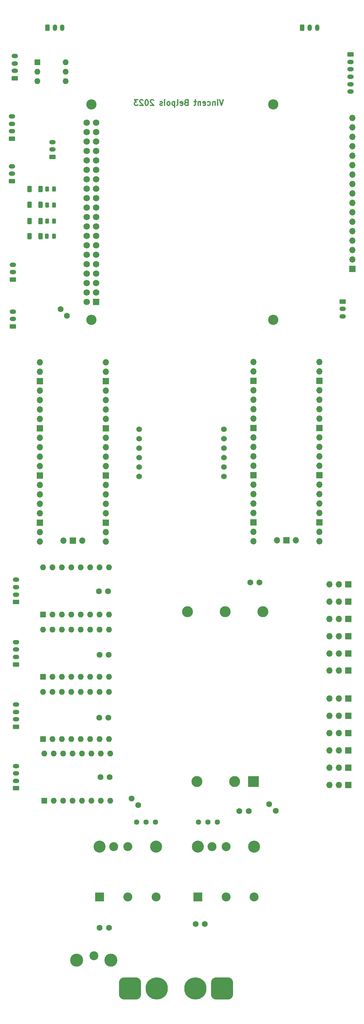
<source format=gbr>
%TF.GenerationSoftware,KiCad,Pcbnew,7.0.8*%
%TF.CreationDate,2023-11-23T20:50:37+01:00*%
%TF.ProjectId,main_board_v2,6d61696e-5f62-46f6-9172-645f76322e6b,rev?*%
%TF.SameCoordinates,Original*%
%TF.FileFunction,Soldermask,Bot*%
%TF.FilePolarity,Negative*%
%FSLAX46Y46*%
G04 Gerber Fmt 4.6, Leading zero omitted, Abs format (unit mm)*
G04 Created by KiCad (PCBNEW 7.0.8) date 2023-11-23 20:50:37*
%MOMM*%
%LPD*%
G01*
G04 APERTURE LIST*
G04 Aperture macros list*
%AMRoundRect*
0 Rectangle with rounded corners*
0 $1 Rounding radius*
0 $2 $3 $4 $5 $6 $7 $8 $9 X,Y pos of 4 corners*
0 Add a 4 corners polygon primitive as box body*
4,1,4,$2,$3,$4,$5,$6,$7,$8,$9,$2,$3,0*
0 Add four circle primitives for the rounded corners*
1,1,$1+$1,$2,$3*
1,1,$1+$1,$4,$5*
1,1,$1+$1,$6,$7*
1,1,$1+$1,$8,$9*
0 Add four rect primitives between the rounded corners*
20,1,$1+$1,$2,$3,$4,$5,0*
20,1,$1+$1,$4,$5,$6,$7,0*
20,1,$1+$1,$6,$7,$8,$9,0*
20,1,$1+$1,$8,$9,$2,$3,0*%
G04 Aperture macros list end*
%ADD10C,0.300000*%
%ADD11RoundRect,0.250000X-0.625000X0.350000X-0.625000X-0.350000X0.625000X-0.350000X0.625000X0.350000X0*%
%ADD12O,1.750000X1.200000*%
%ADD13O,1.700000X1.700000*%
%ADD14R,1.700000X1.700000*%
%ADD15RoundRect,0.250000X0.625000X-0.350000X0.625000X0.350000X-0.625000X0.350000X-0.625000X-0.350000X0*%
%ADD16C,1.600000*%
%ADD17R,1.600000X1.600000*%
%ADD18O,1.600000X1.600000*%
%ADD19C,1.750000*%
%ADD20R,1.750000X1.750000*%
%ADD21C,2.750000*%
%ADD22RoundRect,0.102000X1.102500X-1.102500X1.102500X1.102500X-1.102500X1.102500X-1.102500X-1.102500X0*%
%ADD23C,2.409000*%
%ADD24C,3.234000*%
%ADD25RoundRect,0.250000X-0.350000X-0.625000X0.350000X-0.625000X0.350000X0.625000X-0.350000X0.625000X0*%
%ADD26O,1.200000X1.750000*%
%ADD27C,2.400000*%
%ADD28C,3.500000*%
%ADD29RoundRect,1.500000X1.500000X1.500000X-1.500000X1.500000X-1.500000X-1.500000X1.500000X-1.500000X0*%
%ADD30C,6.000000*%
%ADD31RoundRect,1.500000X-1.500000X-1.500000X1.500000X-1.500000X1.500000X1.500000X-1.500000X1.500000X0*%
%ADD32RoundRect,0.102000X-1.375000X1.375000X-1.375000X-1.375000X1.375000X-1.375000X1.375000X1.375000X0*%
%ADD33C,2.954000*%
%ADD34C,1.524000*%
%ADD35RoundRect,0.243750X-0.243750X-0.456250X0.243750X-0.456250X0.243750X0.456250X-0.243750X0.456250X0*%
%ADD36RoundRect,0.250000X-0.312500X-0.625000X0.312500X-0.625000X0.312500X0.625000X-0.312500X0.625000X0*%
%ADD37C,1.440000*%
G04 APERTURE END LIST*
D10*
X306644174Y-73535628D02*
X306144174Y-75035628D01*
X306144174Y-75035628D02*
X305644174Y-73535628D01*
X305144175Y-75035628D02*
X305144175Y-74035628D01*
X305144175Y-73535628D02*
X305215603Y-73607057D01*
X305215603Y-73607057D02*
X305144175Y-73678485D01*
X305144175Y-73678485D02*
X305072746Y-73607057D01*
X305072746Y-73607057D02*
X305144175Y-73535628D01*
X305144175Y-73535628D02*
X305144175Y-73678485D01*
X304429889Y-74035628D02*
X304429889Y-75035628D01*
X304429889Y-74178485D02*
X304358460Y-74107057D01*
X304358460Y-74107057D02*
X304215603Y-74035628D01*
X304215603Y-74035628D02*
X304001317Y-74035628D01*
X304001317Y-74035628D02*
X303858460Y-74107057D01*
X303858460Y-74107057D02*
X303787032Y-74249914D01*
X303787032Y-74249914D02*
X303787032Y-75035628D01*
X302429889Y-74964200D02*
X302572746Y-75035628D01*
X302572746Y-75035628D02*
X302858460Y-75035628D01*
X302858460Y-75035628D02*
X303001317Y-74964200D01*
X303001317Y-74964200D02*
X303072746Y-74892771D01*
X303072746Y-74892771D02*
X303144174Y-74749914D01*
X303144174Y-74749914D02*
X303144174Y-74321342D01*
X303144174Y-74321342D02*
X303072746Y-74178485D01*
X303072746Y-74178485D02*
X303001317Y-74107057D01*
X303001317Y-74107057D02*
X302858460Y-74035628D01*
X302858460Y-74035628D02*
X302572746Y-74035628D01*
X302572746Y-74035628D02*
X302429889Y-74107057D01*
X301215603Y-74964200D02*
X301358460Y-75035628D01*
X301358460Y-75035628D02*
X301644175Y-75035628D01*
X301644175Y-75035628D02*
X301787032Y-74964200D01*
X301787032Y-74964200D02*
X301858460Y-74821342D01*
X301858460Y-74821342D02*
X301858460Y-74249914D01*
X301858460Y-74249914D02*
X301787032Y-74107057D01*
X301787032Y-74107057D02*
X301644175Y-74035628D01*
X301644175Y-74035628D02*
X301358460Y-74035628D01*
X301358460Y-74035628D02*
X301215603Y-74107057D01*
X301215603Y-74107057D02*
X301144175Y-74249914D01*
X301144175Y-74249914D02*
X301144175Y-74392771D01*
X301144175Y-74392771D02*
X301858460Y-74535628D01*
X300501318Y-74035628D02*
X300501318Y-75035628D01*
X300501318Y-74178485D02*
X300429889Y-74107057D01*
X300429889Y-74107057D02*
X300287032Y-74035628D01*
X300287032Y-74035628D02*
X300072746Y-74035628D01*
X300072746Y-74035628D02*
X299929889Y-74107057D01*
X299929889Y-74107057D02*
X299858461Y-74249914D01*
X299858461Y-74249914D02*
X299858461Y-75035628D01*
X299358460Y-74035628D02*
X298787032Y-74035628D01*
X299144175Y-73535628D02*
X299144175Y-74821342D01*
X299144175Y-74821342D02*
X299072746Y-74964200D01*
X299072746Y-74964200D02*
X298929889Y-75035628D01*
X298929889Y-75035628D02*
X298787032Y-75035628D01*
X296644175Y-74249914D02*
X296429889Y-74321342D01*
X296429889Y-74321342D02*
X296358460Y-74392771D01*
X296358460Y-74392771D02*
X296287032Y-74535628D01*
X296287032Y-74535628D02*
X296287032Y-74749914D01*
X296287032Y-74749914D02*
X296358460Y-74892771D01*
X296358460Y-74892771D02*
X296429889Y-74964200D01*
X296429889Y-74964200D02*
X296572746Y-75035628D01*
X296572746Y-75035628D02*
X297144175Y-75035628D01*
X297144175Y-75035628D02*
X297144175Y-73535628D01*
X297144175Y-73535628D02*
X296644175Y-73535628D01*
X296644175Y-73535628D02*
X296501318Y-73607057D01*
X296501318Y-73607057D02*
X296429889Y-73678485D01*
X296429889Y-73678485D02*
X296358460Y-73821342D01*
X296358460Y-73821342D02*
X296358460Y-73964200D01*
X296358460Y-73964200D02*
X296429889Y-74107057D01*
X296429889Y-74107057D02*
X296501318Y-74178485D01*
X296501318Y-74178485D02*
X296644175Y-74249914D01*
X296644175Y-74249914D02*
X297144175Y-74249914D01*
X295072746Y-74964200D02*
X295215603Y-75035628D01*
X295215603Y-75035628D02*
X295501318Y-75035628D01*
X295501318Y-75035628D02*
X295644175Y-74964200D01*
X295644175Y-74964200D02*
X295715603Y-74821342D01*
X295715603Y-74821342D02*
X295715603Y-74249914D01*
X295715603Y-74249914D02*
X295644175Y-74107057D01*
X295644175Y-74107057D02*
X295501318Y-74035628D01*
X295501318Y-74035628D02*
X295215603Y-74035628D01*
X295215603Y-74035628D02*
X295072746Y-74107057D01*
X295072746Y-74107057D02*
X295001318Y-74249914D01*
X295001318Y-74249914D02*
X295001318Y-74392771D01*
X295001318Y-74392771D02*
X295715603Y-74535628D01*
X294144175Y-75035628D02*
X294287032Y-74964200D01*
X294287032Y-74964200D02*
X294358461Y-74821342D01*
X294358461Y-74821342D02*
X294358461Y-73535628D01*
X293572747Y-74035628D02*
X293572747Y-75535628D01*
X293572747Y-74107057D02*
X293429890Y-74035628D01*
X293429890Y-74035628D02*
X293144175Y-74035628D01*
X293144175Y-74035628D02*
X293001318Y-74107057D01*
X293001318Y-74107057D02*
X292929890Y-74178485D01*
X292929890Y-74178485D02*
X292858461Y-74321342D01*
X292858461Y-74321342D02*
X292858461Y-74749914D01*
X292858461Y-74749914D02*
X292929890Y-74892771D01*
X292929890Y-74892771D02*
X293001318Y-74964200D01*
X293001318Y-74964200D02*
X293144175Y-75035628D01*
X293144175Y-75035628D02*
X293429890Y-75035628D01*
X293429890Y-75035628D02*
X293572747Y-74964200D01*
X292001318Y-75035628D02*
X292144175Y-74964200D01*
X292144175Y-74964200D02*
X292215604Y-74892771D01*
X292215604Y-74892771D02*
X292287032Y-74749914D01*
X292287032Y-74749914D02*
X292287032Y-74321342D01*
X292287032Y-74321342D02*
X292215604Y-74178485D01*
X292215604Y-74178485D02*
X292144175Y-74107057D01*
X292144175Y-74107057D02*
X292001318Y-74035628D01*
X292001318Y-74035628D02*
X291787032Y-74035628D01*
X291787032Y-74035628D02*
X291644175Y-74107057D01*
X291644175Y-74107057D02*
X291572747Y-74178485D01*
X291572747Y-74178485D02*
X291501318Y-74321342D01*
X291501318Y-74321342D02*
X291501318Y-74749914D01*
X291501318Y-74749914D02*
X291572747Y-74892771D01*
X291572747Y-74892771D02*
X291644175Y-74964200D01*
X291644175Y-74964200D02*
X291787032Y-75035628D01*
X291787032Y-75035628D02*
X292001318Y-75035628D01*
X290858461Y-75035628D02*
X290858461Y-74035628D01*
X290858461Y-73535628D02*
X290929889Y-73607057D01*
X290929889Y-73607057D02*
X290858461Y-73678485D01*
X290858461Y-73678485D02*
X290787032Y-73607057D01*
X290787032Y-73607057D02*
X290858461Y-73535628D01*
X290858461Y-73535628D02*
X290858461Y-73678485D01*
X290215603Y-74964200D02*
X290072746Y-75035628D01*
X290072746Y-75035628D02*
X289787032Y-75035628D01*
X289787032Y-75035628D02*
X289644175Y-74964200D01*
X289644175Y-74964200D02*
X289572746Y-74821342D01*
X289572746Y-74821342D02*
X289572746Y-74749914D01*
X289572746Y-74749914D02*
X289644175Y-74607057D01*
X289644175Y-74607057D02*
X289787032Y-74535628D01*
X289787032Y-74535628D02*
X290001318Y-74535628D01*
X290001318Y-74535628D02*
X290144175Y-74464200D01*
X290144175Y-74464200D02*
X290215603Y-74321342D01*
X290215603Y-74321342D02*
X290215603Y-74249914D01*
X290215603Y-74249914D02*
X290144175Y-74107057D01*
X290144175Y-74107057D02*
X290001318Y-74035628D01*
X290001318Y-74035628D02*
X289787032Y-74035628D01*
X289787032Y-74035628D02*
X289644175Y-74107057D01*
X287858460Y-73678485D02*
X287787032Y-73607057D01*
X287787032Y-73607057D02*
X287644175Y-73535628D01*
X287644175Y-73535628D02*
X287287032Y-73535628D01*
X287287032Y-73535628D02*
X287144175Y-73607057D01*
X287144175Y-73607057D02*
X287072746Y-73678485D01*
X287072746Y-73678485D02*
X287001317Y-73821342D01*
X287001317Y-73821342D02*
X287001317Y-73964200D01*
X287001317Y-73964200D02*
X287072746Y-74178485D01*
X287072746Y-74178485D02*
X287929889Y-75035628D01*
X287929889Y-75035628D02*
X287001317Y-75035628D01*
X286072746Y-73535628D02*
X285929889Y-73535628D01*
X285929889Y-73535628D02*
X285787032Y-73607057D01*
X285787032Y-73607057D02*
X285715604Y-73678485D01*
X285715604Y-73678485D02*
X285644175Y-73821342D01*
X285644175Y-73821342D02*
X285572746Y-74107057D01*
X285572746Y-74107057D02*
X285572746Y-74464200D01*
X285572746Y-74464200D02*
X285644175Y-74749914D01*
X285644175Y-74749914D02*
X285715604Y-74892771D01*
X285715604Y-74892771D02*
X285787032Y-74964200D01*
X285787032Y-74964200D02*
X285929889Y-75035628D01*
X285929889Y-75035628D02*
X286072746Y-75035628D01*
X286072746Y-75035628D02*
X286215604Y-74964200D01*
X286215604Y-74964200D02*
X286287032Y-74892771D01*
X286287032Y-74892771D02*
X286358461Y-74749914D01*
X286358461Y-74749914D02*
X286429889Y-74464200D01*
X286429889Y-74464200D02*
X286429889Y-74107057D01*
X286429889Y-74107057D02*
X286358461Y-73821342D01*
X286358461Y-73821342D02*
X286287032Y-73678485D01*
X286287032Y-73678485D02*
X286215604Y-73607057D01*
X286215604Y-73607057D02*
X286072746Y-73535628D01*
X285001318Y-73678485D02*
X284929890Y-73607057D01*
X284929890Y-73607057D02*
X284787033Y-73535628D01*
X284787033Y-73535628D02*
X284429890Y-73535628D01*
X284429890Y-73535628D02*
X284287033Y-73607057D01*
X284287033Y-73607057D02*
X284215604Y-73678485D01*
X284215604Y-73678485D02*
X284144175Y-73821342D01*
X284144175Y-73821342D02*
X284144175Y-73964200D01*
X284144175Y-73964200D02*
X284215604Y-74178485D01*
X284215604Y-74178485D02*
X285072747Y-75035628D01*
X285072747Y-75035628D02*
X284144175Y-75035628D01*
X283644176Y-73535628D02*
X282715604Y-73535628D01*
X282715604Y-73535628D02*
X283215604Y-74107057D01*
X283215604Y-74107057D02*
X283001319Y-74107057D01*
X283001319Y-74107057D02*
X282858462Y-74178485D01*
X282858462Y-74178485D02*
X282787033Y-74249914D01*
X282787033Y-74249914D02*
X282715604Y-74392771D01*
X282715604Y-74392771D02*
X282715604Y-74749914D01*
X282715604Y-74749914D02*
X282787033Y-74892771D01*
X282787033Y-74892771D02*
X282858462Y-74964200D01*
X282858462Y-74964200D02*
X283001319Y-75035628D01*
X283001319Y-75035628D02*
X283429890Y-75035628D01*
X283429890Y-75035628D02*
X283572747Y-74964200D01*
X283572747Y-74964200D02*
X283644176Y-74892771D01*
D11*
%TO.C,Switches1*%
X340918800Y-61323200D03*
D12*
X340918800Y-63323200D03*
X340918800Y-65323200D03*
X340918800Y-67323200D03*
X340918800Y-69323200D03*
X340918800Y-71323200D03*
%TD*%
D13*
%TO.C,Servo4*%
X335280000Y-217912000D03*
X337820000Y-217912000D03*
D14*
X340360000Y-217912000D03*
%TD*%
D13*
%TO.C,Servo2*%
X335280000Y-208612000D03*
X337820000Y-208612000D03*
D14*
X340360000Y-208612000D03*
%TD*%
D13*
%TO.C,Servo8*%
X335280000Y-239382200D03*
X337820000Y-239382200D03*
D14*
X340360000Y-239382200D03*
%TD*%
D15*
%TO.C,Tirette1*%
X250444000Y-67754000D03*
D12*
X250444000Y-65754000D03*
X250444000Y-63754000D03*
X250444000Y-61754000D03*
%TD*%
D16*
%TO.C,C6*%
X316444000Y-203454000D03*
X313944000Y-203454000D03*
%TD*%
D17*
%TO.C,A3*%
X258064000Y-228870000D03*
D18*
X260604000Y-228870000D03*
X263144000Y-228870000D03*
X265684000Y-228870000D03*
X268224000Y-228870000D03*
X270764000Y-228870000D03*
X273304000Y-228870000D03*
X275844000Y-228870000D03*
X275844000Y-216170000D03*
X273304000Y-216170000D03*
X270764000Y-216170000D03*
X268224000Y-216170000D03*
X265684000Y-216170000D03*
X263144000Y-216170000D03*
X260604000Y-216170000D03*
X258064000Y-216170000D03*
%TD*%
D17*
%TO.C,U1*%
X256550000Y-63464200D03*
D18*
X256550000Y-66004200D03*
X256550000Y-68544200D03*
X264170000Y-68544200D03*
X264170000Y-66004200D03*
X264170000Y-63464200D03*
%TD*%
D13*
%TO.C,Servo10*%
X335280000Y-248682200D03*
X337820000Y-248682200D03*
D14*
X340360000Y-248682200D03*
%TD*%
D15*
%TO.C,RPI_serial1*%
X249936000Y-121920000D03*
D12*
X249936000Y-119920000D03*
X249936000Y-117920000D03*
%TD*%
D19*
%TO.C,J1*%
X269855200Y-79652600D03*
X272395200Y-79652600D03*
X269855200Y-82192600D03*
X272395200Y-82192600D03*
X269855200Y-84732600D03*
X272395200Y-84732600D03*
X269855200Y-87272600D03*
X272395200Y-87272600D03*
X269855200Y-89812600D03*
X272395200Y-89812600D03*
X269855200Y-92352600D03*
X272395200Y-92352600D03*
X269855200Y-94892600D03*
X272395200Y-94892600D03*
X269855200Y-97432600D03*
X272395200Y-97432600D03*
X269855200Y-99972600D03*
X272395200Y-99972600D03*
X269855200Y-102512600D03*
X272395200Y-102512600D03*
X269855200Y-105052600D03*
X272395200Y-105052600D03*
X269855200Y-107592600D03*
X272395200Y-107592600D03*
X269855200Y-110132600D03*
X272395200Y-110132600D03*
X269855200Y-112672600D03*
X272395200Y-112672600D03*
X269855200Y-115212600D03*
X272395200Y-115212600D03*
X269855200Y-117752600D03*
X272395200Y-117752600D03*
X269855200Y-120292600D03*
X272395200Y-120292600D03*
X269855200Y-122832600D03*
X272395200Y-122832600D03*
X269855200Y-125372600D03*
X272395200Y-125372600D03*
X269855200Y-127912600D03*
D20*
X272395200Y-127912600D03*
D21*
X320125200Y-74782600D03*
X271125200Y-74782600D03*
X320125200Y-132782600D03*
X271125200Y-132782600D03*
%TD*%
D22*
%TO.C,PS2*%
X273344000Y-288174000D03*
D23*
X280944000Y-288174000D03*
X288544000Y-288174000D03*
D24*
X288544000Y-274574000D03*
D23*
X280944000Y-274574000D03*
X277144000Y-274574000D03*
D24*
X273344000Y-274574000D03*
%TD*%
D17*
%TO.C,A2*%
X258064000Y-245660000D03*
D18*
X260604000Y-245660000D03*
X263144000Y-245660000D03*
X265684000Y-245660000D03*
X268224000Y-245660000D03*
X270764000Y-245660000D03*
X273304000Y-245660000D03*
X275844000Y-245660000D03*
X275844000Y-232960000D03*
X273304000Y-232960000D03*
X270764000Y-232960000D03*
X268224000Y-232960000D03*
X265684000Y-232960000D03*
X263144000Y-232960000D03*
X260604000Y-232960000D03*
X258064000Y-232960000D03*
%TD*%
D14*
%TO.C,expansion1*%
X341426800Y-119024400D03*
D13*
X341426800Y-116484400D03*
X341426800Y-113944400D03*
X341426800Y-111404400D03*
X341426800Y-108864400D03*
X341426800Y-106324400D03*
X341426800Y-103784400D03*
X341426800Y-101244400D03*
X341426800Y-98704400D03*
X341426800Y-96164400D03*
X341426800Y-93624400D03*
X341426800Y-91084400D03*
X341426800Y-88544400D03*
X341426800Y-86004400D03*
X341426800Y-83464400D03*
X341426800Y-80924400D03*
X341426800Y-78384400D03*
%TD*%
D15*
%TO.C,Stepper4*%
X250757600Y-208740000D03*
D12*
X250757600Y-206740000D03*
X250757600Y-204740000D03*
X250757600Y-202740000D03*
%TD*%
D13*
%TO.C,U3*%
X314756800Y-144119600D03*
X314756800Y-146659600D03*
D14*
X314756800Y-149199600D03*
D13*
X314756800Y-151739600D03*
X314756800Y-154279600D03*
X314756800Y-156819600D03*
X314756800Y-159359600D03*
D14*
X314756800Y-161899600D03*
D13*
X314756800Y-164439600D03*
X314756800Y-166979600D03*
X314756800Y-169519600D03*
X314756800Y-172059600D03*
D14*
X314756800Y-174599600D03*
D13*
X314756800Y-177139600D03*
X314756800Y-179679600D03*
X314756800Y-182219600D03*
X314756800Y-184759600D03*
D14*
X314756800Y-187299600D03*
D13*
X314756800Y-189839600D03*
X314756800Y-192379600D03*
X332536800Y-192379600D03*
X332536800Y-189839600D03*
D14*
X332536800Y-187299600D03*
D13*
X332536800Y-184759600D03*
X332536800Y-182219600D03*
X332536800Y-179679600D03*
X332536800Y-177139600D03*
D14*
X332536800Y-174599600D03*
D13*
X332536800Y-172059600D03*
X332536800Y-169519600D03*
X332536800Y-166979600D03*
X332536800Y-164439600D03*
D14*
X332536800Y-161899600D03*
D13*
X332536800Y-159359600D03*
X332536800Y-156819600D03*
X332536800Y-154279600D03*
X332536800Y-151739600D03*
D14*
X332536800Y-149199600D03*
D13*
X332536800Y-146659600D03*
X332536800Y-144119600D03*
X321106800Y-192149600D03*
D14*
X323646800Y-192149600D03*
D13*
X326186800Y-192149600D03*
%TD*%
D16*
%TO.C,C8*%
X283718000Y-263398000D03*
X281950233Y-261630233D03*
%TD*%
D25*
%TO.C,PICO2_swd1*%
X327946000Y-54102000D03*
D26*
X329946000Y-54102000D03*
X331946000Y-54102000D03*
%TD*%
D16*
%TO.C,C3*%
X299212000Y-295402000D03*
X301712000Y-295402000D03*
%TD*%
D15*
%TO.C,PICO1_UART1*%
X249936000Y-134556000D03*
D12*
X249936000Y-132556000D03*
X249936000Y-130556000D03*
%TD*%
D17*
%TO.C,A4*%
X258064000Y-212080000D03*
D18*
X260604000Y-212080000D03*
X263144000Y-212080000D03*
X265684000Y-212080000D03*
X268224000Y-212080000D03*
X270764000Y-212080000D03*
X273304000Y-212080000D03*
X275844000Y-212080000D03*
X275844000Y-199380000D03*
X273304000Y-199380000D03*
X270764000Y-199380000D03*
X268224000Y-199380000D03*
X265684000Y-199380000D03*
X263144000Y-199380000D03*
X260604000Y-199380000D03*
X258064000Y-199380000D03*
%TD*%
D16*
%TO.C,C5*%
X313517600Y-264998200D03*
X311017600Y-264998200D03*
%TD*%
D15*
%TO.C,Stepper2*%
X250757600Y-242320000D03*
D12*
X250757600Y-240320000D03*
X250757600Y-238320000D03*
X250757600Y-236320000D03*
%TD*%
D13*
%TO.C,Servo3*%
X335280000Y-213262000D03*
X337820000Y-213262000D03*
D14*
X340360000Y-213262000D03*
%TD*%
D27*
%TO.C,F1*%
X271752000Y-303981000D03*
D28*
X276352000Y-305181000D03*
X267152000Y-305181000D03*
%TD*%
D11*
%TO.C,PICO2_I2C1*%
X338836000Y-127826000D03*
D12*
X338836000Y-129826000D03*
X338836000Y-131826000D03*
%TD*%
D13*
%TO.C,Servo5*%
X335280000Y-222562000D03*
X337820000Y-222562000D03*
D14*
X340360000Y-222562000D03*
%TD*%
D22*
%TO.C,PS1*%
X299796200Y-288163000D03*
D23*
X307396200Y-288163000D03*
X314996200Y-288163000D03*
D24*
X314996200Y-274563000D03*
D23*
X307396200Y-274563000D03*
X303596200Y-274563000D03*
D24*
X299796200Y-274563000D03*
%TD*%
D29*
%TO.C,Battery1*%
X306310400Y-312775600D03*
D30*
X299110400Y-312775600D03*
%TD*%
D25*
%TO.C,PICO1_swd1*%
X259270000Y-54102000D03*
D26*
X261270000Y-54102000D03*
X263270000Y-54102000D03*
%TD*%
D15*
%TO.C,RPI_SPI1*%
X249682000Y-84010000D03*
D12*
X249682000Y-82010000D03*
X249682000Y-80010000D03*
X249682000Y-78010000D03*
%TD*%
D15*
%TO.C,LEDStrip1*%
X249682000Y-95440000D03*
D12*
X249682000Y-93440000D03*
X249682000Y-91440000D03*
%TD*%
D31*
%TO.C,BAU1*%
X281496400Y-312775600D03*
D30*
X288696400Y-312775600D03*
%TD*%
D13*
%TO.C,Servo9*%
X335280000Y-244032200D03*
X337820000Y-244032200D03*
D14*
X340360000Y-244032200D03*
%TD*%
D13*
%TO.C,Servo6*%
X335280000Y-227212000D03*
X337820000Y-227212000D03*
D14*
X340360000Y-227212000D03*
%TD*%
D13*
%TO.C,U2*%
X257251200Y-144170400D03*
X257251200Y-146710400D03*
D14*
X257251200Y-149250400D03*
D13*
X257251200Y-151790400D03*
X257251200Y-154330400D03*
X257251200Y-156870400D03*
X257251200Y-159410400D03*
D14*
X257251200Y-161950400D03*
D13*
X257251200Y-164490400D03*
X257251200Y-167030400D03*
X257251200Y-169570400D03*
X257251200Y-172110400D03*
D14*
X257251200Y-174650400D03*
D13*
X257251200Y-177190400D03*
X257251200Y-179730400D03*
X257251200Y-182270400D03*
X257251200Y-184810400D03*
D14*
X257251200Y-187350400D03*
D13*
X257251200Y-189890400D03*
X257251200Y-192430400D03*
X275031200Y-192430400D03*
X275031200Y-189890400D03*
D14*
X275031200Y-187350400D03*
D13*
X275031200Y-184810400D03*
X275031200Y-182270400D03*
X275031200Y-179730400D03*
X275031200Y-177190400D03*
D14*
X275031200Y-174650400D03*
D13*
X275031200Y-172110400D03*
X275031200Y-169570400D03*
X275031200Y-167030400D03*
X275031200Y-164490400D03*
D14*
X275031200Y-161950400D03*
D13*
X275031200Y-159410400D03*
X275031200Y-156870400D03*
X275031200Y-154330400D03*
X275031200Y-151790400D03*
D14*
X275031200Y-149250400D03*
D13*
X275031200Y-146710400D03*
X275031200Y-144170400D03*
X263601200Y-192200400D03*
D14*
X266141200Y-192200400D03*
D13*
X268681200Y-192200400D03*
%TD*%
%TO.C,Servo7*%
X335280000Y-234732200D03*
X337820000Y-234732200D03*
D14*
X340360000Y-234732200D03*
%TD*%
D16*
%TO.C,C4*%
X273344000Y-296418000D03*
X275844000Y-296418000D03*
%TD*%
%TO.C,C7*%
X320791767Y-264911767D03*
X319024000Y-263144000D03*
%TD*%
D15*
%TO.C,Stepper1*%
X250757600Y-258872000D03*
D12*
X250757600Y-256872000D03*
X250757600Y-254872000D03*
X250757600Y-252872000D03*
%TD*%
D17*
%TO.C,A1*%
X258368800Y-262212000D03*
D18*
X260908800Y-262212000D03*
X263448800Y-262212000D03*
X265988800Y-262212000D03*
X268528800Y-262212000D03*
X271068800Y-262212000D03*
X273608800Y-262212000D03*
X276148800Y-262212000D03*
X276148800Y-249512000D03*
X273608800Y-249512000D03*
X271068800Y-249512000D03*
X268528800Y-249512000D03*
X265988800Y-249512000D03*
X263448800Y-249512000D03*
X260908800Y-249512000D03*
X258368800Y-249512000D03*
%TD*%
D15*
%TO.C,RPI_PWMs1*%
X260604000Y-88900000D03*
D12*
X260604000Y-86900000D03*
X260604000Y-84900000D03*
%TD*%
D32*
%TO.C,PS3*%
X314762200Y-257045200D03*
D33*
X309682200Y-257045200D03*
X299522200Y-257045200D03*
X317302200Y-211325200D03*
X307142200Y-211325200D03*
X296982200Y-211325200D03*
%TD*%
D13*
%TO.C,Servo1*%
X335280000Y-203962000D03*
X337820000Y-203962000D03*
D14*
X340360000Y-203962000D03*
%TD*%
D13*
%TO.C,Servo11*%
X335280000Y-253332200D03*
X337820000Y-253332200D03*
D14*
X340360000Y-253332200D03*
%TD*%
D13*
%TO.C,Servo12*%
X335280000Y-258013200D03*
X337820000Y-258013200D03*
D14*
X340360000Y-258013200D03*
%TD*%
D34*
%TO.C,IMU1*%
X283972000Y-164795200D03*
X306832000Y-174955200D03*
X283972000Y-167335200D03*
X283972000Y-169875200D03*
X283972000Y-172415200D03*
X283972000Y-174955200D03*
X306832000Y-172415200D03*
X306832000Y-169875200D03*
X306832000Y-167335200D03*
X306832000Y-164795200D03*
X283972000Y-162255200D03*
X306832000Y-162255200D03*
%TD*%
D15*
%TO.C,Stepper3*%
X250757600Y-225530000D03*
D12*
X250757600Y-223530000D03*
X250757600Y-221530000D03*
X250757600Y-219530000D03*
%TD*%
D35*
%TO.C,TiretteOK1*%
X259118500Y-110236000D03*
X260993500Y-110236000D03*
%TD*%
D16*
%TO.C,C11*%
X275778600Y-222910400D03*
X273278600Y-222910400D03*
%TD*%
D35*
%TO.C,ERR2*%
X259158500Y-101854000D03*
X261033500Y-101854000D03*
%TD*%
D36*
%TO.C,R4*%
X254467900Y-106222800D03*
X257392900Y-106222800D03*
%TD*%
D16*
%TO.C,C9*%
X276032600Y-255905000D03*
X273532600Y-255905000D03*
%TD*%
D36*
%TO.C,R3*%
X254467900Y-101820133D03*
X257392900Y-101820133D03*
%TD*%
D35*
%TO.C,ERR3*%
X259158500Y-106172000D03*
X261033500Y-106172000D03*
%TD*%
D36*
%TO.C,R1*%
X254467900Y-110286800D03*
X257392900Y-110286800D03*
%TD*%
D35*
%TO.C,ERR1*%
X259158500Y-97536000D03*
X261033500Y-97536000D03*
%TD*%
D16*
%TO.C,C10*%
X275691600Y-239852200D03*
X273191600Y-239852200D03*
%TD*%
%TO.C,C1*%
X264535883Y-131693883D03*
X262768116Y-129926116D03*
%TD*%
D37*
%TO.C,R6*%
X305054000Y-267970000D03*
X302514000Y-267970000D03*
X299974000Y-267970000D03*
%TD*%
D16*
%TO.C,C12*%
X275626200Y-205867000D03*
X273126200Y-205867000D03*
%TD*%
D37*
%TO.C,R7*%
X283301600Y-268020800D03*
X285841600Y-268020800D03*
X288381600Y-268020800D03*
%TD*%
D36*
%TO.C,R2*%
X254467900Y-97586800D03*
X257392900Y-97586800D03*
%TD*%
M02*

</source>
